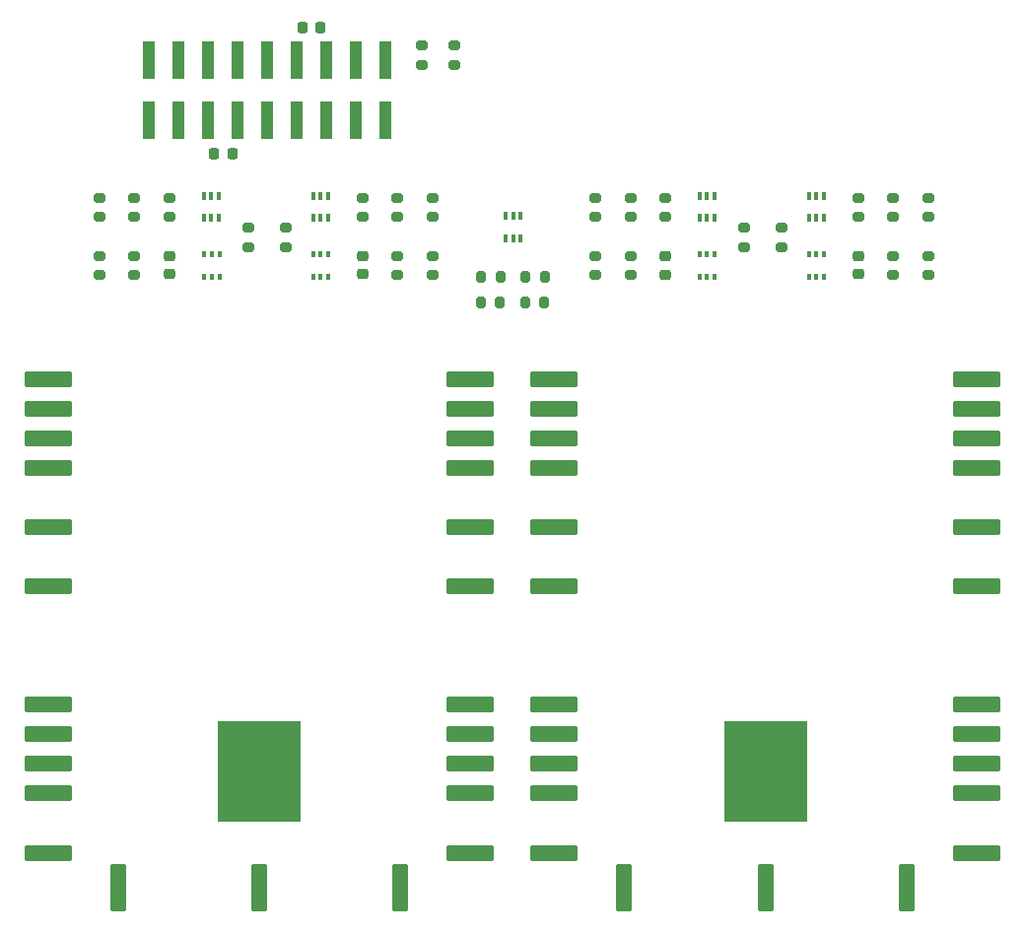
<source format=gtp>
%TF.GenerationSoftware,KiCad,Pcbnew,7.0.2-0*%
%TF.CreationDate,2024-05-08T22:09:35-07:00*%
%TF.ProjectId,MPPT_addon_board,4d505054-5f61-4646-946f-6e5f626f6172,1.4*%
%TF.SameCoordinates,Original*%
%TF.FileFunction,Paste,Top*%
%TF.FilePolarity,Positive*%
%FSLAX46Y46*%
G04 Gerber Fmt 4.6, Leading zero omitted, Abs format (unit mm)*
G04 Created by KiCad (PCBNEW 7.0.2-0) date 2024-05-08 22:09:35*
%MOMM*%
%LPD*%
G01*
G04 APERTURE LIST*
G04 Aperture macros list*
%AMRoundRect*
0 Rectangle with rounded corners*
0 $1 Rounding radius*
0 $2 $3 $4 $5 $6 $7 $8 $9 X,Y pos of 4 corners*
0 Add a 4 corners polygon primitive as box body*
4,1,4,$2,$3,$4,$5,$6,$7,$8,$9,$2,$3,0*
0 Add four circle primitives for the rounded corners*
1,1,$1+$1,$2,$3*
1,1,$1+$1,$4,$5*
1,1,$1+$1,$6,$7*
1,1,$1+$1,$8,$9*
0 Add four rect primitives between the rounded corners*
20,1,$1+$1,$2,$3,$4,$5,0*
20,1,$1+$1,$4,$5,$6,$7,0*
20,1,$1+$1,$6,$7,$8,$9,0*
20,1,$1+$1,$8,$9,$2,$3,0*%
G04 Aperture macros list end*
%ADD10R,1.140000X3.175000*%
%ADD11RoundRect,0.200000X-0.200000X-0.275000X0.200000X-0.275000X0.200000X0.275000X-0.200000X0.275000X0*%
%ADD12RoundRect,0.200000X0.275000X-0.200000X0.275000X0.200000X-0.275000X0.200000X-0.275000X-0.200000X0*%
%ADD13RoundRect,0.200000X-0.275000X0.200000X-0.275000X-0.200000X0.275000X-0.200000X0.275000X0.200000X0*%
%ADD14R,0.400000X0.650000*%
%ADD15RoundRect,0.200000X0.200000X0.275000X-0.200000X0.275000X-0.200000X-0.275000X0.200000X-0.275000X0*%
%ADD16RoundRect,0.225000X0.250000X-0.225000X0.250000X0.225000X-0.250000X0.225000X-0.250000X-0.225000X0*%
%ADD17RoundRect,0.140000X1.910000X0.560000X-1.910000X0.560000X-1.910000X-0.560000X1.910000X-0.560000X0*%
%ADD18RoundRect,0.140000X-0.560000X1.910000X-0.560000X-1.910000X0.560000X-1.910000X0.560000X1.910000X0*%
%ADD19RoundRect,0.000000X3.520000X4.260000X-3.520000X4.260000X-3.520000X-4.260000X3.520000X-4.260000X0*%
%ADD20RoundRect,0.225000X0.225000X0.250000X-0.225000X0.250000X-0.225000X-0.250000X0.225000X-0.250000X0*%
%ADD21RoundRect,0.225000X-0.225000X-0.250000X0.225000X-0.250000X0.225000X0.250000X-0.225000X0.250000X0*%
%ADD22R,0.400000X0.600000*%
G04 APERTURE END LIST*
D10*
X112270000Y-69552500D03*
X112270000Y-64347500D03*
X114810000Y-69552500D03*
X114810000Y-64347500D03*
X117350000Y-69552500D03*
X117350000Y-64347500D03*
X119890000Y-69552500D03*
X119890000Y-64347500D03*
X122430000Y-69552500D03*
X122430000Y-64347500D03*
X124970000Y-69552500D03*
X124970000Y-64347500D03*
X127510000Y-69552500D03*
X127510000Y-64347500D03*
X130050000Y-69552500D03*
X130050000Y-64347500D03*
X132590000Y-69552500D03*
X132590000Y-64347500D03*
D11*
X140800000Y-83000000D03*
X142450000Y-83000000D03*
D12*
X176200000Y-82825000D03*
X176200000Y-81175000D03*
D13*
X153600000Y-76175000D03*
X153600000Y-77825000D03*
X138500000Y-63100000D03*
X138500000Y-64750000D03*
X111000000Y-76175000D03*
X111000000Y-77825000D03*
D14*
X127650000Y-76050000D03*
X127000000Y-76050000D03*
X126350000Y-76050000D03*
X126350000Y-77950000D03*
X127000000Y-77950000D03*
X127650000Y-77950000D03*
D13*
X114000000Y-76175000D03*
X114000000Y-77825000D03*
D12*
X166600000Y-80425000D03*
X166600000Y-78775000D03*
D15*
X146250000Y-83000000D03*
X144600000Y-83000000D03*
D12*
X120800000Y-80425000D03*
X120800000Y-78775000D03*
D13*
X150600000Y-76175000D03*
X150600000Y-77825000D03*
D16*
X130600000Y-82775000D03*
X130600000Y-81225000D03*
D17*
X139850000Y-132500000D03*
X139850000Y-127380000D03*
X139850000Y-124840000D03*
X139850000Y-122300000D03*
X139850000Y-119760000D03*
X139850000Y-109600000D03*
X139850000Y-104520000D03*
X139850000Y-99440000D03*
X139850000Y-96900000D03*
X139850000Y-94360000D03*
X139850000Y-91820000D03*
X103600000Y-91820000D03*
X103600000Y-94360000D03*
X103600000Y-96900000D03*
X103600000Y-99440000D03*
X103600000Y-104520000D03*
X103600000Y-109600000D03*
X103600000Y-119760000D03*
X103600000Y-122300000D03*
X103600000Y-124840000D03*
X103600000Y-127380000D03*
X103600000Y-132500000D03*
D18*
X109600000Y-135500000D03*
X121725000Y-135500000D03*
X133850000Y-135500000D03*
D19*
X121725000Y-125475000D03*
D20*
X119400000Y-72400000D03*
X117850000Y-72400000D03*
D13*
X150600000Y-81175000D03*
X150600000Y-82825000D03*
D12*
X133600000Y-82825000D03*
X133600000Y-81175000D03*
D13*
X133600000Y-76175000D03*
X133600000Y-77825000D03*
X173200000Y-76175000D03*
X173200000Y-77825000D03*
X130600000Y-76175000D03*
X130600000Y-77825000D03*
D14*
X142900000Y-79650000D03*
X143550000Y-79650000D03*
X144200000Y-79650000D03*
X144200000Y-77750000D03*
X143550000Y-77750000D03*
X142900000Y-77750000D03*
D15*
X142400000Y-85200000D03*
X140750000Y-85200000D03*
D13*
X179200000Y-76175000D03*
X179200000Y-77825000D03*
D12*
X163400000Y-80425000D03*
X163400000Y-78775000D03*
X124000000Y-80425000D03*
X124000000Y-78775000D03*
D16*
X173200000Y-82775000D03*
X173200000Y-81225000D03*
D13*
X108000000Y-76175000D03*
X108000000Y-77825000D03*
X136600000Y-76175000D03*
X136600000Y-77825000D03*
D21*
X125425000Y-61600000D03*
X126975000Y-61600000D03*
D22*
X127650000Y-81050000D03*
X127000000Y-81050000D03*
X126350000Y-81050000D03*
X126350000Y-82950000D03*
X127000000Y-82950000D03*
X127650000Y-82950000D03*
D13*
X176200000Y-76175000D03*
X176200000Y-77825000D03*
X108000000Y-81175000D03*
X108000000Y-82825000D03*
D16*
X114000000Y-82775000D03*
X114000000Y-81225000D03*
D12*
X153600000Y-82825000D03*
X153600000Y-81175000D03*
D22*
X160850000Y-81050000D03*
X160200000Y-81050000D03*
X159550000Y-81050000D03*
X159550000Y-82950000D03*
X160200000Y-82950000D03*
X160850000Y-82950000D03*
D13*
X135700000Y-63100000D03*
X135700000Y-64750000D03*
D14*
X118250000Y-76050000D03*
X117600000Y-76050000D03*
X116950000Y-76050000D03*
X116950000Y-77950000D03*
X117600000Y-77950000D03*
X118250000Y-77950000D03*
D17*
X183325000Y-132500000D03*
X183325000Y-127380000D03*
X183325000Y-124840000D03*
X183325000Y-122300000D03*
X183325000Y-119760000D03*
X183325000Y-109600000D03*
X183325000Y-104520000D03*
X183325000Y-99440000D03*
X183325000Y-96900000D03*
X183325000Y-94360000D03*
X183325000Y-91820000D03*
X147075000Y-91820000D03*
X147075000Y-94360000D03*
X147075000Y-96900000D03*
X147075000Y-99440000D03*
X147075000Y-104520000D03*
X147075000Y-109600000D03*
X147075000Y-119760000D03*
X147075000Y-122300000D03*
X147075000Y-124840000D03*
X147075000Y-127380000D03*
X147075000Y-132500000D03*
D18*
X153075000Y-135500000D03*
X165200000Y-135500000D03*
X177325000Y-135500000D03*
D19*
X165200000Y-125475000D03*
D22*
X118300000Y-81050000D03*
X117650000Y-81050000D03*
X117000000Y-81050000D03*
X117000000Y-82950000D03*
X117650000Y-82950000D03*
X118300000Y-82950000D03*
D14*
X160850000Y-76050000D03*
X160200000Y-76050000D03*
X159550000Y-76050000D03*
X159550000Y-77950000D03*
X160200000Y-77950000D03*
X160850000Y-77950000D03*
D13*
X156600000Y-76175000D03*
X156600000Y-77825000D03*
D22*
X170250000Y-81050000D03*
X169600000Y-81050000D03*
X168950000Y-81050000D03*
X168950000Y-82950000D03*
X169600000Y-82950000D03*
X170250000Y-82950000D03*
D14*
X170250000Y-76050000D03*
X169600000Y-76050000D03*
X168950000Y-76050000D03*
X168950000Y-77950000D03*
X169600000Y-77950000D03*
X170250000Y-77950000D03*
D15*
X146225000Y-85200000D03*
X144575000Y-85200000D03*
D12*
X111000000Y-82825000D03*
X111000000Y-81175000D03*
D13*
X136600000Y-81175000D03*
X136600000Y-82825000D03*
D16*
X156600000Y-82800000D03*
X156600000Y-81250000D03*
D13*
X179200000Y-81175000D03*
X179200000Y-82825000D03*
M02*

</source>
